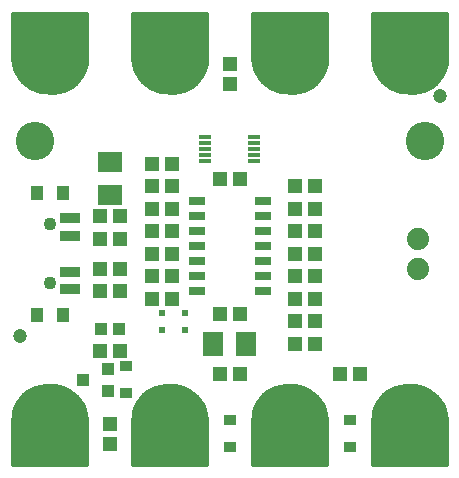
<source format=gts>
G75*
%MOIN*%
%OFA0B0*%
%FSLAX25Y25*%
%IPPOS*%
%LPD*%
%AMOC8*
5,1,8,0,0,1.08239X$1,22.5*
%
%ADD10C,0.07400*%
%ADD11R,0.05131X0.04737*%
%ADD12R,0.02375X0.02375*%
%ADD13R,0.07099X0.07887*%
%ADD14R,0.07887X0.07099*%
%ADD15R,0.03950X0.03950*%
%ADD16C,0.04737*%
%ADD17C,0.20800*%
%ADD18C,0.01000*%
%ADD19R,0.04068X0.03280*%
%ADD20R,0.03950X0.04737*%
%ADD21R,0.06706X0.03556*%
%ADD22C,0.04343*%
%ADD23R,0.04331X0.01575*%
%ADD24R,0.04343X0.03950*%
%ADD25R,0.04737X0.05131*%
%ADD26C,0.12800*%
%ADD27R,0.05524X0.03162*%
D10*
X0216207Y0326400D03*
X0216207Y0336400D03*
D11*
X0181680Y0338900D03*
X0174987Y0338900D03*
X0174987Y0346400D03*
X0181680Y0346400D03*
X0181680Y0353900D03*
X0174987Y0353900D03*
X0156680Y0356400D03*
X0149987Y0356400D03*
X0134180Y0353900D03*
X0127487Y0353900D03*
X0127487Y0346400D03*
X0127487Y0338900D03*
X0134180Y0338900D03*
X0134180Y0346400D03*
X0134180Y0331400D03*
X0127487Y0331400D03*
X0127487Y0323900D03*
X0127487Y0316400D03*
X0134180Y0316400D03*
X0134180Y0323900D03*
X0149987Y0311400D03*
X0156680Y0311400D03*
X0174987Y0308900D03*
X0181680Y0308900D03*
X0181680Y0301400D03*
X0174987Y0301400D03*
X0189987Y0291400D03*
X0196680Y0291400D03*
X0181680Y0316400D03*
X0174987Y0316400D03*
X0174987Y0323900D03*
X0181680Y0323900D03*
X0181680Y0331400D03*
X0174987Y0331400D03*
X0156680Y0291400D03*
X0149987Y0291400D03*
X0116680Y0298900D03*
X0109987Y0298900D03*
X0109987Y0318900D03*
X0116680Y0318900D03*
X0116680Y0326400D03*
X0109987Y0326400D03*
X0109987Y0336400D03*
X0116680Y0336400D03*
X0116680Y0343900D03*
X0109987Y0343900D03*
X0127487Y0361400D03*
X0134180Y0361400D03*
D12*
X0130833Y0311656D03*
X0130833Y0306144D03*
X0138333Y0306144D03*
X0138333Y0311656D03*
D13*
X0147822Y0301400D03*
X0158845Y0301400D03*
D14*
X0113333Y0350888D03*
X0113333Y0361912D03*
D15*
X0110381Y0306400D03*
X0116286Y0306400D03*
D16*
X0083333Y0303900D03*
X0223333Y0383900D03*
D17*
X0213333Y0397400D03*
X0173333Y0397400D03*
X0133333Y0397400D03*
X0093333Y0397400D03*
X0093333Y0275400D03*
X0133333Y0275400D03*
X0173333Y0275400D03*
X0213333Y0275400D03*
D18*
X0080933Y0276000D02*
X0080933Y0261000D01*
X0105733Y0261000D01*
X0105733Y0276400D01*
X0105528Y0278073D01*
X0105086Y0279700D01*
X0104418Y0281248D01*
X0103536Y0282684D01*
X0102458Y0283981D01*
X0101207Y0285111D01*
X0099808Y0286051D01*
X0098289Y0286783D01*
X0096682Y0287291D01*
X0095019Y0287565D01*
X0093333Y0287600D01*
X0091733Y0287646D01*
X0090143Y0287466D01*
X0088594Y0287062D01*
X0087118Y0286443D01*
X0085745Y0285621D01*
X0084501Y0284613D01*
X0083413Y0283440D01*
X0082502Y0282124D01*
X0081786Y0280693D01*
X0081280Y0279174D01*
X0080994Y0277599D01*
X0080933Y0276000D01*
X0080948Y0276378D02*
X0105733Y0276378D01*
X0105733Y0275379D02*
X0080933Y0275379D01*
X0080933Y0274381D02*
X0105733Y0274381D01*
X0105733Y0273382D02*
X0080933Y0273382D01*
X0080933Y0272384D02*
X0105733Y0272384D01*
X0105733Y0271385D02*
X0080933Y0271385D01*
X0080933Y0270387D02*
X0105733Y0270387D01*
X0105733Y0269388D02*
X0080933Y0269388D01*
X0080933Y0268390D02*
X0105733Y0268390D01*
X0105733Y0267391D02*
X0080933Y0267391D01*
X0080933Y0266393D02*
X0105733Y0266393D01*
X0105733Y0265394D02*
X0080933Y0265394D01*
X0080933Y0264396D02*
X0105733Y0264396D01*
X0105733Y0263397D02*
X0080933Y0263397D01*
X0080933Y0262399D02*
X0105733Y0262399D01*
X0105733Y0261400D02*
X0080933Y0261400D01*
X0080985Y0277376D02*
X0105613Y0277376D01*
X0105446Y0278375D02*
X0081135Y0278375D01*
X0081346Y0279373D02*
X0105175Y0279373D01*
X0104796Y0280372D02*
X0081679Y0280372D01*
X0082125Y0281370D02*
X0104342Y0281370D01*
X0103729Y0282369D02*
X0082671Y0282369D01*
X0083363Y0283367D02*
X0102968Y0283367D01*
X0102032Y0284366D02*
X0084272Y0284366D01*
X0085428Y0285364D02*
X0100830Y0285364D01*
X0099161Y0286363D02*
X0086985Y0286363D01*
X0089743Y0287361D02*
X0096256Y0287361D01*
X0121280Y0279174D02*
X0121786Y0280693D01*
X0122502Y0282124D01*
X0123413Y0283440D01*
X0124501Y0284613D01*
X0125745Y0285621D01*
X0127118Y0286443D01*
X0128594Y0287062D01*
X0130143Y0287466D01*
X0131733Y0287646D01*
X0133333Y0287600D01*
X0135019Y0287565D01*
X0136682Y0287291D01*
X0138289Y0286783D01*
X0139808Y0286051D01*
X0141207Y0285111D01*
X0142458Y0283981D01*
X0143536Y0282684D01*
X0144418Y0281248D01*
X0145086Y0279700D01*
X0145528Y0278073D01*
X0145733Y0276400D01*
X0145733Y0261000D01*
X0120933Y0261000D01*
X0120933Y0276000D01*
X0120994Y0277599D01*
X0121280Y0279174D01*
X0121346Y0279373D02*
X0145175Y0279373D01*
X0145446Y0278375D02*
X0121135Y0278375D01*
X0120985Y0277376D02*
X0145613Y0277376D01*
X0145733Y0276378D02*
X0120948Y0276378D01*
X0120933Y0275379D02*
X0145733Y0275379D01*
X0145733Y0274381D02*
X0120933Y0274381D01*
X0120933Y0273382D02*
X0145733Y0273382D01*
X0145733Y0272384D02*
X0120933Y0272384D01*
X0120933Y0271385D02*
X0145733Y0271385D01*
X0145733Y0270387D02*
X0120933Y0270387D01*
X0120933Y0269388D02*
X0145733Y0269388D01*
X0145733Y0268390D02*
X0120933Y0268390D01*
X0120933Y0267391D02*
X0145733Y0267391D01*
X0145733Y0266393D02*
X0120933Y0266393D01*
X0120933Y0265394D02*
X0145733Y0265394D01*
X0145733Y0264396D02*
X0120933Y0264396D01*
X0120933Y0263397D02*
X0145733Y0263397D01*
X0145733Y0262399D02*
X0120933Y0262399D01*
X0120933Y0261400D02*
X0145733Y0261400D01*
X0160933Y0261400D02*
X0185733Y0261400D01*
X0185733Y0261000D02*
X0185733Y0276400D01*
X0185528Y0278073D01*
X0185086Y0279700D01*
X0184418Y0281248D01*
X0183536Y0282684D01*
X0182458Y0283981D01*
X0181207Y0285111D01*
X0179808Y0286051D01*
X0178289Y0286783D01*
X0176682Y0287291D01*
X0175019Y0287565D01*
X0173333Y0287600D01*
X0171733Y0287646D01*
X0170143Y0287466D01*
X0168594Y0287062D01*
X0167118Y0286443D01*
X0165745Y0285621D01*
X0164501Y0284613D01*
X0163413Y0283440D01*
X0162502Y0282124D01*
X0161786Y0280693D01*
X0161280Y0279174D01*
X0160994Y0277599D01*
X0160933Y0276000D01*
X0160933Y0261000D01*
X0185733Y0261000D01*
X0185733Y0262399D02*
X0160933Y0262399D01*
X0160933Y0263397D02*
X0185733Y0263397D01*
X0185733Y0264396D02*
X0160933Y0264396D01*
X0160933Y0265394D02*
X0185733Y0265394D01*
X0185733Y0266393D02*
X0160933Y0266393D01*
X0160933Y0267391D02*
X0185733Y0267391D01*
X0185733Y0268390D02*
X0160933Y0268390D01*
X0160933Y0269388D02*
X0185733Y0269388D01*
X0185733Y0270387D02*
X0160933Y0270387D01*
X0160933Y0271385D02*
X0185733Y0271385D01*
X0185733Y0272384D02*
X0160933Y0272384D01*
X0160933Y0273382D02*
X0185733Y0273382D01*
X0185733Y0274381D02*
X0160933Y0274381D01*
X0160933Y0275379D02*
X0185733Y0275379D01*
X0185733Y0276378D02*
X0160948Y0276378D01*
X0160985Y0277376D02*
X0185613Y0277376D01*
X0185446Y0278375D02*
X0161135Y0278375D01*
X0161346Y0279373D02*
X0185175Y0279373D01*
X0184796Y0280372D02*
X0161679Y0280372D01*
X0162125Y0281370D02*
X0184342Y0281370D01*
X0183729Y0282369D02*
X0162671Y0282369D01*
X0163363Y0283367D02*
X0182968Y0283367D01*
X0182032Y0284366D02*
X0164272Y0284366D01*
X0165428Y0285364D02*
X0180830Y0285364D01*
X0179161Y0286363D02*
X0166985Y0286363D01*
X0169743Y0287361D02*
X0176256Y0287361D01*
X0201280Y0279174D02*
X0201786Y0280693D01*
X0202502Y0282124D01*
X0203413Y0283440D01*
X0204501Y0284613D01*
X0205745Y0285621D01*
X0207118Y0286443D01*
X0208594Y0287062D01*
X0210143Y0287466D01*
X0211733Y0287646D01*
X0213333Y0287600D01*
X0215019Y0287565D01*
X0216682Y0287291D01*
X0218289Y0286783D01*
X0219808Y0286051D01*
X0221207Y0285111D01*
X0222458Y0283981D01*
X0223536Y0282684D01*
X0224418Y0281248D01*
X0225086Y0279700D01*
X0225528Y0278073D01*
X0225733Y0276400D01*
X0225733Y0261000D01*
X0200933Y0261000D01*
X0200933Y0276000D01*
X0200994Y0277599D01*
X0201280Y0279174D01*
X0201346Y0279373D02*
X0225175Y0279373D01*
X0225446Y0278375D02*
X0201135Y0278375D01*
X0200985Y0277376D02*
X0225613Y0277376D01*
X0225733Y0276378D02*
X0200948Y0276378D01*
X0200933Y0275379D02*
X0225733Y0275379D01*
X0225733Y0274381D02*
X0200933Y0274381D01*
X0200933Y0273382D02*
X0225733Y0273382D01*
X0225733Y0272384D02*
X0200933Y0272384D01*
X0200933Y0271385D02*
X0225733Y0271385D01*
X0225733Y0270387D02*
X0200933Y0270387D01*
X0200933Y0269388D02*
X0225733Y0269388D01*
X0225733Y0268390D02*
X0200933Y0268390D01*
X0200933Y0267391D02*
X0225733Y0267391D01*
X0225733Y0266393D02*
X0200933Y0266393D01*
X0200933Y0265394D02*
X0225733Y0265394D01*
X0225733Y0264396D02*
X0200933Y0264396D01*
X0200933Y0263397D02*
X0225733Y0263397D01*
X0225733Y0262399D02*
X0200933Y0262399D01*
X0200933Y0261400D02*
X0225733Y0261400D01*
X0224796Y0280372D02*
X0201679Y0280372D01*
X0202125Y0281370D02*
X0224342Y0281370D01*
X0223729Y0282369D02*
X0202671Y0282369D01*
X0203363Y0283367D02*
X0222968Y0283367D01*
X0222032Y0284366D02*
X0204272Y0284366D01*
X0205428Y0285364D02*
X0220830Y0285364D01*
X0219161Y0286363D02*
X0206985Y0286363D01*
X0209743Y0287361D02*
X0216256Y0287361D01*
X0144796Y0280372D02*
X0121679Y0280372D01*
X0122125Y0281370D02*
X0144342Y0281370D01*
X0143729Y0282369D02*
X0122671Y0282369D01*
X0123363Y0283367D02*
X0142968Y0283367D01*
X0142032Y0284366D02*
X0124272Y0284366D01*
X0125428Y0285364D02*
X0140830Y0285364D01*
X0139161Y0286363D02*
X0126985Y0286363D01*
X0129743Y0287361D02*
X0136256Y0287361D01*
X0134933Y0385154D02*
X0133333Y0385200D01*
X0131648Y0385235D01*
X0129985Y0385509D01*
X0128377Y0386017D01*
X0126859Y0386749D01*
X0125459Y0387689D01*
X0124208Y0388819D01*
X0123131Y0390116D01*
X0122249Y0391552D01*
X0121580Y0393100D01*
X0121139Y0394727D01*
X0120933Y0396400D01*
X0120933Y0411800D01*
X0145733Y0411800D01*
X0145733Y0396800D01*
X0145673Y0395201D01*
X0145387Y0393626D01*
X0144881Y0392107D01*
X0144165Y0390676D01*
X0143253Y0389360D01*
X0142165Y0388187D01*
X0140922Y0387179D01*
X0139548Y0386357D01*
X0138072Y0385738D01*
X0136523Y0385334D01*
X0134933Y0385154D01*
X0135476Y0385215D02*
X0132586Y0385215D01*
X0127969Y0386214D02*
X0139206Y0386214D01*
X0140963Y0387212D02*
X0126169Y0387212D01*
X0124882Y0388211D02*
X0142188Y0388211D01*
X0143114Y0389209D02*
X0123884Y0389209D01*
X0123074Y0390208D02*
X0143841Y0390208D01*
X0144430Y0391206D02*
X0122461Y0391206D01*
X0121967Y0392205D02*
X0144913Y0392205D01*
X0145246Y0393203D02*
X0121552Y0393203D01*
X0121281Y0394202D02*
X0145491Y0394202D01*
X0145673Y0395201D02*
X0121081Y0395201D01*
X0120958Y0396199D02*
X0145711Y0396199D01*
X0145733Y0397198D02*
X0120933Y0397198D01*
X0120933Y0398196D02*
X0145733Y0398196D01*
X0145733Y0399195D02*
X0120933Y0399195D01*
X0120933Y0400193D02*
X0145733Y0400193D01*
X0145733Y0401192D02*
X0120933Y0401192D01*
X0120933Y0402190D02*
X0145733Y0402190D01*
X0145733Y0403189D02*
X0120933Y0403189D01*
X0120933Y0404187D02*
X0145733Y0404187D01*
X0145733Y0405186D02*
X0120933Y0405186D01*
X0120933Y0406184D02*
X0145733Y0406184D01*
X0145733Y0407183D02*
X0120933Y0407183D01*
X0120933Y0408181D02*
X0145733Y0408181D01*
X0145733Y0409180D02*
X0120933Y0409180D01*
X0120933Y0410178D02*
X0145733Y0410178D01*
X0145733Y0411177D02*
X0120933Y0411177D01*
X0105733Y0411177D02*
X0080933Y0411177D01*
X0080933Y0411800D02*
X0080933Y0396400D01*
X0081139Y0394727D01*
X0081580Y0393100D01*
X0082249Y0391552D01*
X0083131Y0390116D01*
X0084208Y0388819D01*
X0085459Y0387689D01*
X0086859Y0386749D01*
X0088377Y0386017D01*
X0089985Y0385509D01*
X0091648Y0385235D01*
X0093333Y0385200D01*
X0094933Y0385154D01*
X0096523Y0385334D01*
X0098072Y0385738D01*
X0099548Y0386357D01*
X0100922Y0387179D01*
X0102165Y0388187D01*
X0103253Y0389360D01*
X0104165Y0390676D01*
X0104881Y0392107D01*
X0105387Y0393626D01*
X0105673Y0395201D01*
X0105733Y0396800D01*
X0105733Y0411800D01*
X0080933Y0411800D01*
X0080933Y0410178D02*
X0105733Y0410178D01*
X0105733Y0409180D02*
X0080933Y0409180D01*
X0080933Y0408181D02*
X0105733Y0408181D01*
X0105733Y0407183D02*
X0080933Y0407183D01*
X0080933Y0406184D02*
X0105733Y0406184D01*
X0105733Y0405186D02*
X0080933Y0405186D01*
X0080933Y0404187D02*
X0105733Y0404187D01*
X0105733Y0403189D02*
X0080933Y0403189D01*
X0080933Y0402190D02*
X0105733Y0402190D01*
X0105733Y0401192D02*
X0080933Y0401192D01*
X0080933Y0400193D02*
X0105733Y0400193D01*
X0105733Y0399195D02*
X0080933Y0399195D01*
X0080933Y0398196D02*
X0105733Y0398196D01*
X0105733Y0397198D02*
X0080933Y0397198D01*
X0080958Y0396199D02*
X0105711Y0396199D01*
X0105673Y0395201D02*
X0081081Y0395201D01*
X0081281Y0394202D02*
X0105491Y0394202D01*
X0105246Y0393203D02*
X0081552Y0393203D01*
X0081967Y0392205D02*
X0104913Y0392205D01*
X0104430Y0391206D02*
X0082461Y0391206D01*
X0083074Y0390208D02*
X0103841Y0390208D01*
X0103114Y0389209D02*
X0083884Y0389209D01*
X0084882Y0388211D02*
X0102188Y0388211D01*
X0100963Y0387212D02*
X0086169Y0387212D01*
X0087969Y0386214D02*
X0099206Y0386214D01*
X0095476Y0385215D02*
X0092586Y0385215D01*
X0161139Y0394727D02*
X0160933Y0396400D01*
X0160933Y0411800D01*
X0185733Y0411800D01*
X0185733Y0396800D01*
X0185673Y0395201D01*
X0185387Y0393626D01*
X0184881Y0392107D01*
X0184165Y0390676D01*
X0183253Y0389360D01*
X0182165Y0388187D01*
X0180922Y0387179D01*
X0179548Y0386357D01*
X0178072Y0385738D01*
X0176523Y0385334D01*
X0174933Y0385154D01*
X0173333Y0385200D01*
X0171648Y0385235D01*
X0169985Y0385509D01*
X0168377Y0386017D01*
X0166859Y0386749D01*
X0165459Y0387689D01*
X0164208Y0388819D01*
X0163131Y0390116D01*
X0162249Y0391552D01*
X0161580Y0393100D01*
X0161139Y0394727D01*
X0161081Y0395201D02*
X0185673Y0395201D01*
X0185711Y0396199D02*
X0160958Y0396199D01*
X0160933Y0397198D02*
X0185733Y0397198D01*
X0185733Y0398196D02*
X0160933Y0398196D01*
X0160933Y0399195D02*
X0185733Y0399195D01*
X0185733Y0400193D02*
X0160933Y0400193D01*
X0160933Y0401192D02*
X0185733Y0401192D01*
X0185733Y0402190D02*
X0160933Y0402190D01*
X0160933Y0403189D02*
X0185733Y0403189D01*
X0185733Y0404187D02*
X0160933Y0404187D01*
X0160933Y0405186D02*
X0185733Y0405186D01*
X0185733Y0406184D02*
X0160933Y0406184D01*
X0160933Y0407183D02*
X0185733Y0407183D01*
X0185733Y0408181D02*
X0160933Y0408181D01*
X0160933Y0409180D02*
X0185733Y0409180D01*
X0185733Y0410178D02*
X0160933Y0410178D01*
X0160933Y0411177D02*
X0185733Y0411177D01*
X0200933Y0411177D02*
X0225733Y0411177D01*
X0225733Y0411800D02*
X0225733Y0396800D01*
X0225673Y0395201D01*
X0225387Y0393626D01*
X0224881Y0392107D01*
X0224165Y0390676D01*
X0223253Y0389360D01*
X0222165Y0388187D01*
X0220922Y0387179D01*
X0219548Y0386357D01*
X0218072Y0385738D01*
X0216523Y0385334D01*
X0214933Y0385154D01*
X0213333Y0385200D01*
X0211648Y0385235D01*
X0209985Y0385509D01*
X0208377Y0386017D01*
X0206859Y0386749D01*
X0205459Y0387689D01*
X0204208Y0388819D01*
X0203131Y0390116D01*
X0202249Y0391552D01*
X0201580Y0393100D01*
X0201139Y0394727D01*
X0200933Y0396400D01*
X0200933Y0411800D01*
X0225733Y0411800D01*
X0225733Y0410178D02*
X0200933Y0410178D01*
X0200933Y0409180D02*
X0225733Y0409180D01*
X0225733Y0408181D02*
X0200933Y0408181D01*
X0200933Y0407183D02*
X0225733Y0407183D01*
X0225733Y0406184D02*
X0200933Y0406184D01*
X0200933Y0405186D02*
X0225733Y0405186D01*
X0225733Y0404187D02*
X0200933Y0404187D01*
X0200933Y0403189D02*
X0225733Y0403189D01*
X0225733Y0402190D02*
X0200933Y0402190D01*
X0200933Y0401192D02*
X0225733Y0401192D01*
X0225733Y0400193D02*
X0200933Y0400193D01*
X0200933Y0399195D02*
X0225733Y0399195D01*
X0225733Y0398196D02*
X0200933Y0398196D01*
X0200933Y0397198D02*
X0225733Y0397198D01*
X0225711Y0396199D02*
X0200958Y0396199D01*
X0201081Y0395201D02*
X0225673Y0395201D01*
X0225491Y0394202D02*
X0201281Y0394202D01*
X0201552Y0393203D02*
X0225246Y0393203D01*
X0224913Y0392205D02*
X0201967Y0392205D01*
X0202461Y0391206D02*
X0224430Y0391206D01*
X0223841Y0390208D02*
X0203074Y0390208D01*
X0203884Y0389209D02*
X0223114Y0389209D01*
X0222188Y0388211D02*
X0204882Y0388211D01*
X0206169Y0387212D02*
X0220963Y0387212D01*
X0219206Y0386214D02*
X0207969Y0386214D01*
X0212586Y0385215D02*
X0215476Y0385215D01*
X0185246Y0393203D02*
X0161552Y0393203D01*
X0161281Y0394202D02*
X0185491Y0394202D01*
X0184913Y0392205D02*
X0161967Y0392205D01*
X0162461Y0391206D02*
X0184430Y0391206D01*
X0183841Y0390208D02*
X0163074Y0390208D01*
X0163884Y0389209D02*
X0183114Y0389209D01*
X0182188Y0388211D02*
X0164882Y0388211D01*
X0166169Y0387212D02*
X0180963Y0387212D01*
X0179206Y0386214D02*
X0167969Y0386214D01*
X0172586Y0385215D02*
X0175476Y0385215D01*
D19*
X0118833Y0293928D03*
X0118833Y0284872D03*
X0153333Y0275928D03*
X0153333Y0266872D03*
X0193333Y0266872D03*
X0193333Y0275928D03*
D20*
X0097664Y0311124D03*
X0089003Y0311124D03*
X0089003Y0351676D03*
X0097664Y0351676D03*
D21*
X0100223Y0343211D03*
X0100223Y0337306D03*
X0100223Y0325494D03*
X0100223Y0319589D03*
D22*
X0093333Y0321557D03*
X0093333Y0341243D03*
D23*
X0145262Y0362463D03*
X0145262Y0364431D03*
X0145262Y0366400D03*
X0145262Y0368369D03*
X0145262Y0370337D03*
X0161404Y0370337D03*
X0161404Y0368369D03*
X0161404Y0366400D03*
X0161404Y0364431D03*
X0161404Y0362463D03*
D24*
X0112770Y0293140D03*
X0112770Y0285660D03*
X0104503Y0289400D03*
D25*
X0113333Y0274746D03*
X0113333Y0268054D03*
X0153333Y0388054D03*
X0153333Y0394746D03*
D26*
X0088333Y0368900D03*
X0218333Y0368900D03*
D27*
X0164357Y0348900D03*
X0164357Y0343900D03*
X0164357Y0338900D03*
X0164357Y0333900D03*
X0164357Y0328900D03*
X0164357Y0323900D03*
X0164357Y0318900D03*
X0142310Y0318900D03*
X0142310Y0323900D03*
X0142310Y0328900D03*
X0142310Y0333900D03*
X0142310Y0338900D03*
X0142310Y0343900D03*
X0142310Y0348900D03*
M02*

</source>
